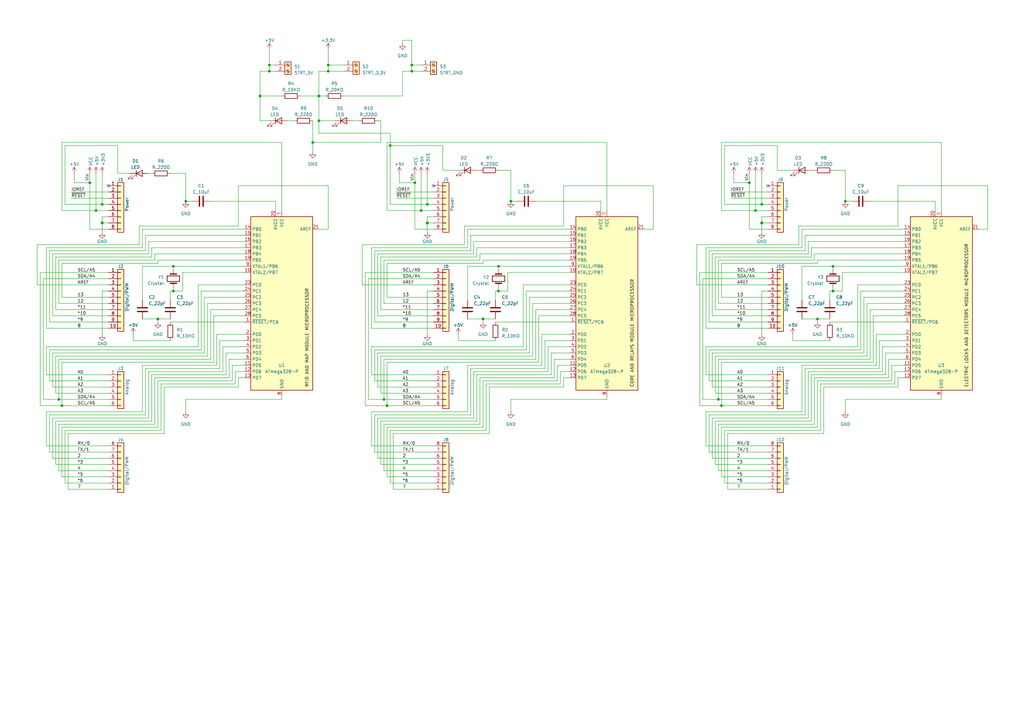
<source format=kicad_sch>
(kicad_sch (version 20230121) (generator eeschema)
  (paper "A3")
  (title_block (title "Schéma processeur central - Projet BTS") (date "2024-02-23") (company "Lycée Professionnel la Providence Amiens") (comment 1 "Par Hugo TABARY - BTS SNIR 2"))
  (lib_symbols
    (symbol "+5V_1" (power) (pin_names (offset 0))
      (property "Value" "+5V_1" (at 0 3.556 0))
      (symbol "+5V_1_1_1"
        (pin power_in line (at 0 0 90) (length 0) hide (name "+5V") (number "1"))
      )
    )
    (symbol "+5V_2" (power) (pin_names (offset 0))
      (property "Value" "+5V_2" (at 0 3.556 0))
      (symbol "+5V_2_1_1"
        (pin power_in line (at 0 0 90) (length 0) hide (name "+5V") (number "1"))
      )
    )
    (symbol "+5V_3" (power) (pin_names (offset 0))
      (property "Value" "+5V_3" (at 0 3.556 0))
      (symbol "+5V_3_1_1"
        (pin power_in line (at 0 0 90) (length 0) hide (name "+5V") (number "1"))
      )
    )
    (symbol "Connector:Screw_Terminal_01x02" (pin_names (offset 1.016) hide)
      (property "Reference" "J" (at 0 2.54 0))
      (property "Value" "Screw_Terminal_01x02" (at 0 -5.08 0))
      (symbol "Screw_Terminal_01x02_1_1"
        (pin passive line (at -5.08 0 0) (length 3.81) (name "Pin_1") (number "1"))
        (pin passive line (at -5.08 -2.54 0) (length 3.81) (name "Pin_2") (number "2"))
      )
    )
    (symbol "Connector_Generic:Conn_01x06" (pin_names (offset 1.016) hide)
      (property "Reference" "J" (at 0 7.62 0))
      (property "Value" "Conn_01x06" (at 0 -10.16 0))
      (symbol "Conn_01x06_1_1"
        (pin passive line (at -5.08 5.08 0) (length 3.81) (name "Pin_1") (number "1"))
        (pin passive line (at -5.08 2.54 0) (length 3.81) (name "Pin_2") (number "2"))
        (pin passive line (at -5.08 0 0) (length 3.81) (name "Pin_3") (number "3"))
        (pin passive line (at -5.08 -2.54 0) (length 3.81) (name "Pin_4") (number "4"))
        (pin passive line (at -5.08 -5.08 0) (length 3.81) (name "Pin_5") (number "5"))
        (pin passive line (at -5.08 -7.62 0) (length 3.81) (name "Pin_6") (number "6"))
      )
    )
    (symbol "Connector_Generic:Conn_01x08" (pin_names (offset 1.016) hide)
      (property "Reference" "J" (at 0 10.16 0))
      (property "Value" "Conn_01x08" (at 0 -12.7 0))
      (symbol "Conn_01x08_1_1"
        (pin passive line (at -5.08 7.62 0) (length 3.81) (name "Pin_1") (number "1"))
        (pin passive line (at -5.08 5.08 0) (length 3.81) (name "Pin_2") (number "2"))
        (pin passive line (at -5.08 2.54 0) (length 3.81) (name "Pin_3") (number "3"))
        (pin passive line (at -5.08 0 0) (length 3.81) (name "Pin_4") (number "4"))
        (pin passive line (at -5.08 -2.54 0) (length 3.81) (name "Pin_5") (number "5"))
        (pin passive line (at -5.08 -5.08 0) (length 3.81) (name "Pin_6") (number "6"))
        (pin passive line (at -5.08 -7.62 0) (length 3.81) (name "Pin_7") (number "7"))
        (pin passive line (at -5.08 -10.16 0) (length 3.81) (name "Pin_8") (number "8"))
      )
    )
    (symbol "Connector_Generic:Conn_01x10" (pin_names (offset 1.016) hide)
      (property "Reference" "J" (at 0 12.7 0))
      (property "Value" "Conn_01x10" (at 0 -15.24 0))
      (symbol "Conn_01x10_1_1"
        (pin passive line (at -5.08 10.16 0) (length 3.81) (name "Pin_1") (number "1"))
        (pin passive line (at -5.08 -12.7 0) (length 3.81) (name "Pin_10") (number "10"))
        (pin passive line (at -5.08 7.62 0) (length 3.81) (name "Pin_2") (number "2"))
        (pin passive line (at -5.08 5.08 0) (length 3.81) (name "Pin_3") (number "3"))
        (pin passive line (at -5.08 2.54 0) (length 3.81) (name "Pin_4") (number "4"))
        (pin passive line (at -5.08 0 0) (length 3.81) (name "Pin_5") (number "5"))
        (pin passive line (at -5.08 -2.54 0) (length 3.81) (name "Pin_6") (number "6"))
        (pin passive line (at -5.08 -5.08 0) (length 3.81) (name "Pin_7") (number "7"))
        (pin passive line (at -5.08 -7.62 0) (length 3.81) (name "Pin_8") (number "8"))
        (pin passive line (at -5.08 -10.16 0) (length 3.81) (name "Pin_9") (number "9"))
      )
    )
    (symbol "Device:C" (pin_numbers hide) (pin_names (offset 0.254))
      (property "Reference" "C" (at 0.635 2.54 0))
      (property "Value" "C" (at 0.635 -2.54 0))
      (symbol "C_1_1"
        (pin passive line (at 0 3.81 270) (length 2.794) (name "~") (number "1"))
        (pin passive line (at 0 -3.81 90) (length 2.794) (name "~") (number "2"))
      )
    )
    (symbol "Device:Crystal" (pin_numbers hide) (pin_names (offset 1.016) hide)
      (property "Reference" "Y" (at 0 3.81 0))
      (property "Value" "Crystal" (at 0 -3.81 0))
      (symbol "Crystal_1_1"
        (pin passive line (at -3.81 0 0) (length 1.27) (name "1") (number "1"))
        (pin passive line (at 3.81 0 180) (length 1.27) (name "2") (number "2"))
      )
    )
    (symbol "Device:LED" (pin_numbers hide) (pin_names (offset 1.016) hide)
      (property "Reference" "D" (at 0 2.54 0))
      (property "Value" "LED" (at 0 -2.54 0))
      (symbol "LED_1_1"
        (pin passive line (at -3.81 0 0) (length 2.54) (name "K") (number "1"))
        (pin passive line (at 3.81 0 180) (length 2.54) (name "A") (number "2"))
      )
    )
    (symbol "Device:R" (pin_numbers hide) (pin_names (offset 0))
      (property "Reference" "R" (at 2.032 0 90))
      (property "Value" "R" (at 0 0 90))
      (symbol "R_1_1"
        (pin passive line (at 0 3.81 270) (length 1.27) (name "~") (number "1"))
        (pin passive line (at 0 -3.81 90) (length 1.27) (name "~") (number "2"))
      )
    )
    (symbol "GND_1" (power) (pin_names (offset 0))
      (property "Value" "GND_1" (at 0 -3.81 0))
      (symbol "GND_1_1_1"
        (pin power_in line (at 0 0 270) (length 0) hide (name "GND") (number "1"))
      )
    )
    (symbol "GND_2" (power) (pin_names (offset 0))
      (property "Value" "GND_2" (at 0 -3.81 0))
      (symbol "GND_2_1_1"
        (pin power_in line (at 0 0 270) (length 0) hide (name "GND") (number "1"))
      )
    )
    (symbol "GND_3" (power) (pin_names (offset 0))
      (property "Value" "GND_3" (at 0 -3.81 0))
      (symbol "GND_3_1_1"
        (pin power_in line (at 0 0 270) (length 0) hide (name "GND") (number "1"))
      )
    )
    (symbol "GND_4" (power) (pin_names (offset 0))
      (property "Value" "GND_4" (at 0 -3.81 0))
      (symbol "GND_4_1_1"
        (pin power_in line (at 0 0 270) (length 0) hide (name "GND") (number "1"))
      )
    )
    (symbol "GND_5" (power) (pin_names (offset 0))
      (property "Value" "GND_5" (at 0 -3.81 0))
      (symbol "GND_5_1_1"
        (pin power_in line (at 0 0 270) (length 0) hide (name "GND") (number "1"))
      )
    )
    (symbol "MCU_Microchip_ATmega:ATmega328-P"
      (property "Reference" "U" (at -12.7 36.83 0))
      (property "Value" "ATmega328-P" (at 2.54 -36.83 0))
      (symbol "ATmega328-P_1_1"
        (pin bidirectional line (at 15.24 -7.62 180) (length 2.54) (name "~{RESET}/PC6") (number "1"))
        (pin bidirectional line (at 15.24 12.7 180) (length 2.54) (name "XTAL2/PB7") (number "10"))
        (pin bidirectional line (at 15.24 -25.4 180) (length 2.54) (name "PD5") (number "11"))
        (pin bidirectional line (at 15.24 -27.94 180) (length 2.54) (name "PD6") (number "12"))
        (pin bidirectional line (at 15.24 -30.48 180) (length 2.54) (name "PD7") (number "13"))
        (pin bidirectional line (at 15.24 30.48 180) (length 2.54) (name "PB0") (number "14"))
        (pin bidirectional line (at 15.24 27.94 180) (length 2.54) (name "PB1") (number "15"))
        (pin bidirectional line (at 15.24 25.4 180) (length 2.54) (name "PB2") (number "16"))
        (pin bidirectional line (at 15.24 22.86 180) (length 2.54) (name "PB3") (number "17"))
        (pin bidirectional line (at 15.24 20.32 180) (length 2.54) (name "PB4") (number "18"))
        (pin bidirectional line (at 15.24 17.78 180) (length 2.54) (name "PB5") (number "19"))
        (pin bidirectional line (at 15.24 -12.7 180) (length 2.54) (name "PD0") (number "2"))
        (pin power_in line (at 2.54 38.1 270) (length 2.54) (name "AVCC") (number "20"))
        (pin passive line (at -15.24 30.48 0) (length 2.54) (name "AREF") (number "21"))
        (pin passive line (at 0 -38.1 90) (length 2.54) hide (name "GND") (number "22"))
        (pin bidirectional line (at 15.24 7.62 180) (length 2.54) (name "PC0") (number "23"))
        (pin bidirectional line (at 15.24 5.08 180) (length 2.54) (name "PC1") (number "24"))
        (pin bidirectional line (at 15.24 2.54 180) (length 2.54) (name "PC2") (number "25"))
        (pin bidirectional line (at 15.24 0 180) (length 2.54) (name "PC3") (number "26"))
        (pin bidirectional line (at 15.24 -2.54 180) (length 2.54) (name "PC4") (number "27"))
        (pin bidirectional line (at 15.24 -5.08 180) (length 2.54) (name "PC5") (number "28"))
        (pin bidirectional line (at 15.24 -15.24 180) (length 2.54) (name "PD1") (number "3"))
        (pin bidirectional line (at 15.24 -17.78 180) (length 2.54) (name "PD2") (number "4"))
        (pin bidirectional line (at 15.24 -20.32 180) (length 2.54) (name "PD3") (number "5"))
        (pin bidirectional line (at 15.24 -22.86 180) (length 2.54) (name "PD4") (number "6"))
        (pin power_in line (at 0 38.1 270) (length 2.54) (name "VCC") (number "7"))
        (pin power_in line (at 0 -38.1 90) (length 2.54) (name "GND") (number "8"))
        (pin bidirectional line (at 15.24 15.24 180) (length 2.54) (name "XTAL1/PB6") (number "9"))
      )
    )
    (symbol "power:+3.3V" (power) (pin_names (offset 0))
      (property "Value" "+3.3V" (at 0 3.556 0))
      (symbol "+3.3V_1_1"
        (pin power_in line (at 0 0 90) (length 0) hide (name "+3.3V") (number "1"))
      )
    )
    (symbol "power:+3V3" (power) (pin_names (offset 0))
      (property "Value" "+3V3" (at 0 3.556 0))
      (symbol "+3V3_1_1"
        (pin power_in line (at 0 0 90) (length 0) hide (name "+3V3") (number "1"))
      )
    )
    (symbol "power:+5V" (power) (pin_names (offset 0))
      (property "Value" "+5V" (at 0 3.556 0))
      (symbol "+5V_1_1"
        (pin power_in line (at 0 0 90) (length 0) hide (name "+5V") (number "1"))
      )
    )
    (symbol "power:GND" (power) (pin_names (offset 0))
      (property "Value" "GND" (at 0 -3.81 0))
      (symbol "GND_1_1"
        (pin power_in line (at 0 0 270) (length 0) hide (name "GND") (number "1"))
      )
    )
    (symbol "power:VCC" (power) (pin_names (offset 0))
      (property "Value" "VCC" (at 0 3.81 0))
      (symbol "VCC_1_1"
        (pin power_in line (at 0 0 90) (length 0) hide (name "VCC") (number "1"))
      )
    )
  )
  (junction (at 128.27 58.42))
  (junction (at 309.88 86.36))
  (junction (at 312.42 83.82))
  (junction (at 76.2 82.55))
  (junction (at 307.34 74.93))
  (junction (at 312.42 91.44) (diameter 1.016))
  (junction (at 24.13 163.83))
  (junction (at 36.83 74.93))
  (junction (at 172.72 86.36))
  (junction (at 106.68 39.37))
  (junction (at 130.81 39.37))
  (junction (at 41.91 91.44) (diameter 1.016))
  (junction (at 130.81 49.53))
  (junction (at 110.49 29.21))
  (junction (at 71.12 119.38))
  (junction (at 158.75 166.37))
  (junction (at 341.63 109.22))
  (junction (at 134.62 29.21))
  (junction (at 71.12 109.22))
  (junction (at 170.18 74.93))
  (junction (at 341.63 119.38))
  (junction (at 204.47 109.22))
  (junction (at 64.77 130.81))
  (junction (at 209.55 82.55))
  (junction (at 346.71 82.55))
  (junction (at 204.47 119.38))
  (junction (at 295.91 166.37))
  (junction (at 25.4 166.37))
  (junction (at 168.91 29.21))
  (junction (at 198.12 130.81))
  (junction (at 175.26 91.44) (diameter 1.016))
  (junction (at 160.02 59.69))
  (junction (at 335.28 130.81))
  (junction (at 41.91 83.82))
  (junction (at 110.49 26.67))
  (junction (at 175.26 83.82))
  (junction (at 168.91 26.67))
  (junction (at 157.48 163.83))
  (junction (at 134.62 26.67))
  (junction (at 39.37 86.36))
  (junction (at 294.64 163.83))
  (no_connect (at 177.8 76.2))
  (no_connect (at 314.96 76.2))
  (no_connect (at 44.45 76.2))
  (wire (pts (xy 59.69 170.18) (xy 20.32 170.18)))
  (wire (pts (xy 341.63 109.22) (xy 328.93 109.22)))
  (wire (pts (xy 151.13 114.3) (xy 151.13 163.83)))
  (wire (pts (xy 19.05 182.88) (xy 44.45 182.88)))
  (wire (pts (xy 106.68 49.53) (xy 110.49 49.53)))
  (wire (pts (xy 209.55 69.85) (xy 209.55 82.55)))
  (wire (pts (xy 337.82 158.75) (xy 337.82 177.8)))
  (wire (pts (xy 290.83 102.87) (xy 290.83 132.08)))
  (wire (pts (xy 60.96 152.4) (xy 60.96 171.45)))
  (wire (pts (xy 295.91 107.95) (xy 295.91 121.92)))
  (wire (pts (xy 405.13 76.2) (xy 405.13 93.98)))
  (wire (pts (xy 297.18 59.69) (xy 297.18 83.82)))
  (wire (pts (xy 215.9 143.51) (xy 153.67 143.51)))
  (wire (pts (xy 118.11 49.53) (xy 120.65 49.53)))
  (wire (pts (xy 330.2 102.87) (xy 290.83 102.87)))
  (wire (pts (xy 287.02 111.76) (xy 314.96 111.76)))
  (wire (pts (xy 285.75 116.84) (xy 314.96 116.84)))
  (wire (pts (xy 59.69 96.52) (xy 59.69 102.87)))
  (wire (pts (xy 297.18 176.53) (xy 297.18 198.12)))
  (wire (pts (xy 20.32 143.51) (xy 20.32 156.21)))
  (wire (pts (xy 158.75 195.58) (xy 177.8 195.58)))
  (wire (pts (xy 83.82 121.92) (xy 83.82 144.78)))
  (wire (pts (xy 292.1 129.54) (xy 314.96 129.54)))
  (wire (pts (xy 21.59 129.54) (xy 44.45 129.54)))
  (wire (pts (xy 57.15 100.33) (xy 57.15 92.71)))
  (wire (pts (xy 361.95 142.24) (xy 361.95 152.4)))
  (wire (pts (xy 157.48 193.04) (xy 177.8 193.04)))
  (wire (pts (xy 187.96 69.85) (xy 181.61 69.85)))
  (wire (pts (xy 92.71 144.78) (xy 92.71 153.67)))
  (wire (pts (xy 222.25 137.16) (xy 222.25 149.86)))
  (wire (pts (xy 198.12 130.81) (xy 198.12 132.08)))
  (wire (pts (xy 152.4 134.62) (xy 177.8 134.62)))
  (wire (pts (xy 82.55 119.38) (xy 82.55 143.51)))
  (wire (pts (xy 67.31 158.75) (xy 67.31 177.8)))
  (wire (pts (xy 26.67 83.82) (xy 41.91 83.82)))
  (wire (pts (xy 217.17 121.92) (xy 217.17 144.78)))
  (wire (pts (xy 60.96 171.45) (xy 21.59 171.45)))
  (wire (pts (xy 293.37 190.5) (xy 314.96 190.5)))
  (wire (pts (xy 208.28 111.76) (xy 208.28 119.38)))
  (wire (pts (xy 331.47 99.06) (xy 331.47 104.14)))
  (wire (pts (xy 312.42 83.82) (xy 314.96 83.82)))
  (wire (pts (xy 332.74 69.85) (xy 334.01 69.85)))
  (wire (pts (xy 195.58 153.67) (xy 195.58 172.72)))
  (wire (pts (xy 158.75 121.92) (xy 177.8 121.92)))
  (wire (pts (xy 100.33 149.86) (xy 95.25 149.86)))
  (wire (pts (xy 312.42 91.44) (xy 312.42 95.25)))
  (wire (pts (xy 25.4 107.95) (xy 25.4 121.92)))
  (wire (pts (xy 314.96 93.98) (xy 307.34 93.98)))
  (wire (pts (xy 181.61 59.69) (xy 181.61 69.85)))
  (wire (pts (xy 140.97 39.37) (xy 165.1 39.37)))
  (wire (pts (xy 100.33 137.16) (xy 88.9 137.16)))
  (wire (pts (xy 204.47 119.38) (xy 203.2 119.38)))
  (wire (pts (xy 100.33 106.68) (xy 64.77 106.68)))
  (wire (pts (xy 100.33 142.24) (xy 91.44 142.24)))
  (wire (pts (xy 224.79 142.24) (xy 224.79 152.4)))
  (wire (pts (xy 294.64 173.99) (xy 294.64 193.04)))
  (wire (pts (xy 54.61 139.7) (xy 54.61 137.16)))
  (wire (pts (xy 20.32 102.87) (xy 20.32 132.08)))
  (wire (pts (xy 20.32 170.18) (xy 20.32 185.42)))
  (wire (pts (xy 233.68 101.6) (xy 195.58 101.6)))
  (wire (pts (xy 194.31 152.4) (xy 194.31 171.45)))
  (wire (pts (xy 161.29 177.8) (xy 161.29 200.66)))
  (wire (pts (xy 168.91 26.67) (xy 168.91 29.21)))
  (wire (pts (xy 285.75 100.33) (xy 327.66 100.33)))
  (wire (pts (xy 17.78 163.83) (xy 24.13 163.83)))
  (wire (pts (xy 194.31 99.06) (xy 194.31 104.14)))
  (wire (pts (xy 60.96 99.06) (xy 60.96 104.14)))
  (wire (pts (xy 162.56 78.74) (xy 177.8 78.74)))
  (wire (pts (xy 154.94 49.53) (xy 156.21 49.53)))
  (wire (pts (xy 100.33 96.52) (xy 59.69 96.52)))
  (wire (pts (xy 227.33 147.32) (xy 227.33 154.94)))
  (wire (pts (xy 328.93 130.81) (xy 335.28 130.81)))
  (wire (pts (xy 41.91 88.9) (xy 41.91 91.44)))
  (wire (pts (xy 168.91 26.67) (xy 172.72 26.67)))
  (wire (pts (xy 130.81 29.21) (xy 134.62 29.21)))
  (wire (pts (xy 19.05 168.91) (xy 19.05 182.88)))
  (wire (pts (xy 295.91 86.36) (xy 309.88 86.36)))
  (wire (pts (xy 370.84 119.38) (xy 353.06 119.38)))
  (wire (pts (xy 194.31 171.45) (xy 154.94 171.45)))
  (wire (pts (xy 299.72 81.28) (xy 314.96 81.28)))
  (wire (pts (xy 24.13 163.83) (xy 44.45 163.83)))
  (wire (pts (xy 297.18 83.82) (xy 312.42 83.82)))
  (wire (pts (xy 95.25 149.86) (xy 95.25 156.21)))
  (wire (pts (xy 219.71 127) (xy 219.71 147.32)))
  (wire (pts (xy 22.86 146.05) (xy 22.86 161.29)))
  (wire (pts (xy 295.91 121.92) (xy 314.96 121.92)))
  (wire (pts (xy 231.14 154.94) (xy 231.14 158.75)))
  (wire (pts (xy 134.62 29.21) (xy 140.97 29.21)))
  (wire (pts (xy 358.14 148.59) (xy 295.91 148.59)))
  (wire (pts (xy 151.13 163.83) (xy 157.48 163.83)))
  (wire (pts (xy 149.86 111.76) (xy 177.8 111.76)))
  (wire (pts (xy 22.86 172.72) (xy 22.86 190.5)))
  (wire (pts (xy 248.92 163.83) (xy 209.55 163.83)))
  (wire (pts (xy 289.56 101.6) (xy 289.56 134.62)))
  (wire (pts (xy 386.08 163.83) (xy 346.71 163.83)))
  (wire (pts (xy 191.77 93.98) (xy 191.77 101.6)))
  (wire (pts (xy 153.67 102.87) (xy 153.67 132.08)))
  (wire (pts (xy 196.85 154.94) (xy 196.85 173.99)))
  (wire (pts (xy 370.84 104.14) (xy 334.01 104.14)))
  (wire (pts (xy 300.99 74.93) (xy 307.34 74.93)))
  (wire (pts (xy 351.79 116.84) (xy 351.79 142.24)))
  (wire (pts (xy 248.92 58.42) (xy 158.75 58.42)))
  (wire (pts (xy 293.37 172.72) (xy 293.37 190.5)))
  (wire (pts (xy 41.91 91.44) (xy 41.91 95.25)))
  (wire (pts (xy 87.63 148.59) (xy 25.4 148.59)))
  (wire (pts (xy 363.22 153.67) (xy 332.74 153.67)))
  (wire (pts (xy 97.79 92.71) (xy 97.79 76.2)))
  (wire (pts (xy 233.68 149.86) (xy 228.6 149.86)))
  (wire (pts (xy 177.8 88.9) (xy 175.26 88.9)))
  (wire (pts (xy 370.84 116.84) (xy 351.79 116.84)))
  (wire (pts (xy 115.57 162.56) (xy 115.57 163.83)))
  (wire (pts (xy 356.87 82.55) (xy 383.54 82.55)))
  (wire (pts (xy 41.91 83.82) (xy 44.45 83.82)))
  (wire (pts (xy 233.68 99.06) (xy 194.31 99.06)))
  (wire (pts (xy 309.88 86.36) (xy 314.96 86.36)))
  (wire (pts (xy 293.37 161.29) (xy 314.96 161.29)))
  (wire (pts (xy 365.76 149.86) (xy 365.76 156.21)))
  (wire (pts (xy 209.55 82.55) (xy 212.09 82.55)))
  (wire (pts (xy 39.37 86.36) (xy 44.45 86.36)))
  (wire (pts (xy 370.84 129.54) (xy 358.14 129.54)))
  (wire (pts (xy 153.67 143.51) (xy 153.67 156.21)))
  (wire (pts (xy 196.85 104.14) (xy 196.85 106.68)))
  (wire (pts (xy 328.93 93.98) (xy 328.93 101.6)))
  (wire (pts (xy 17.78 114.3) (xy 17.78 163.83)))
  (wire (pts (xy 25.4 166.37) (xy 44.45 166.37)))
  (wire (pts (xy 370.84 139.7) (xy 360.68 139.7)))
  (wire (pts (xy 39.37 71.12) (xy 39.37 86.36)))
  (wire (pts (xy 332.74 153.67) (xy 332.74 172.72)))
  (wire (pts (xy 198.12 106.68) (xy 198.12 107.95)))
  (wire (pts (xy 62.23 101.6) (xy 62.23 105.41)))
  (wire (pts (xy 154.94 144.78) (xy 154.94 158.75)))
  (wire (pts (xy 157.48 106.68) (xy 157.48 124.46)))
  (wire (pts (xy 233.68 121.92) (xy 217.17 121.92)))
  (wire (pts (xy 158.75 107.95) (xy 158.75 121.92)))
  (wire (pts (xy 154.94 129.54) (xy 177.8 129.54)))
  (wire (pts (xy 48.26 59.69) (xy 48.26 71.12)))
  (wire (pts (xy 364.49 154.94) (xy 334.01 154.94)))
  (wire (pts (xy 314.96 88.9) (xy 312.42 88.9)))
  (wire (pts (xy 233.68 106.68) (xy 198.12 106.68)))
  (wire (pts (xy 203.2 119.38) (xy 203.2 123.19)))
  (wire (pts (xy 69.85 71.12) (xy 76.2 71.12)))
  (wire (pts (xy 198.12 130.81) (xy 203.2 130.81)))
  (wire (pts (xy 130.81 39.37) (xy 130.81 49.53)))
  (wire (pts (xy 156.21 146.05) (xy 156.21 161.29)))
  (wire (pts (xy 294.64 163.83) (xy 314.96 163.83)))
  (wire (pts (xy 19.05 142.24) (xy 19.05 153.67)))
  (wire (pts (xy 314.96 91.44) (xy 312.42 91.44)))
  (wire (pts (xy 100.33 144.78) (xy 92.71 144.78)))
  (wire (pts (xy 25.4 121.92) (xy 44.45 121.92)))
  (wire (pts (xy 223.52 139.7) (xy 223.52 151.13)))
  (wire (pts (xy 328.93 101.6) (xy 289.56 101.6)))
  (wire (pts (xy 41.91 71.12) (xy 41.91 83.82)))
  (wire (pts (xy 224.79 152.4) (xy 194.31 152.4)))
  (wire (pts (xy 27.94 200.66) (xy 44.45 200.66)))
  (wire (pts (xy 62.23 105.41) (xy 22.86 105.41)))
  (wire (pts (xy 292.1 104.14) (xy 292.1 129.54)))
  (wire (pts (xy 191.77 168.91) (xy 152.4 168.91)))
  (wire (pts (xy 88.9 137.16) (xy 88.9 149.86)))
  (wire (pts (xy 289.56 142.24) (xy 289.56 153.67)))
  (wire (pts (xy 64.77 107.95) (xy 25.4 107.95)))
  (wire (pts (xy 200.66 177.8) (xy 161.29 177.8)))
  (wire (pts (xy 100.33 119.38) (xy 82.55 119.38)))
  (wire (pts (xy 24.13 173.99) (xy 24.13 193.04)))
  (wire (pts (xy 346.71 69.85) (xy 346.71 82.55)))
  (wire (pts (xy 24.13 124.46) (xy 44.45 124.46)))
  (wire (pts (xy 156.21 127) (xy 177.8 127)))
  (wire (pts (xy 285.75 116.84) (xy 285.75 100.33)))
  (wire (pts (xy 168.91 16.51) (xy 168.91 26.67)))
  (wire (pts (xy 355.6 146.05) (xy 293.37 146.05)))
  (wire (pts (xy 160.02 198.12) (xy 177.8 198.12)))
  (wire (pts (xy 172.72 71.12) (xy 172.72 86.36)))
  (wire (pts (xy 71.12 109.22) (xy 58.42 109.22)))
  (wire (pts (xy 370.84 96.52) (xy 330.2 96.52)))
  (wire (pts (xy 287.02 166.37) (xy 295.91 166.37)))
  (wire (pts (xy 26.67 198.12) (xy 44.45 198.12)))
  (wire (pts (xy 295.91 148.59) (xy 295.91 166.37)))
  (wire (pts (xy 115.57 163.83) (xy 76.2 163.83)))
  (wire (pts (xy 405.13 93.98) (xy 401.32 93.98)))
  (wire (pts (xy 21.59 171.45) (xy 21.59 187.96)))
  (wire (pts (xy 361.95 152.4) (xy 331.47 152.4)))
  (wire (pts (xy 152.4 153.67) (xy 177.8 153.67)))
  (wire (pts (xy 113.03 82.55) (xy 113.03 86.36)))
  (wire (pts (xy 334.01 173.99) (xy 294.64 173.99)))
  (wire (pts (xy 298.45 177.8) (xy 298.45 200.66)))
  (wire (pts (xy 233.68 142.24) (xy 224.79 142.24)))
  (wire (pts (xy 134.62 93.98) (xy 130.81 93.98)))
  (wire (pts (xy 193.04 96.52) (xy 193.04 102.87)))
  (wire (pts (xy 370.84 101.6) (xy 332.74 101.6)))
  (wire (pts (xy 191.77 109.22) (xy 191.77 123.19)))
  (wire (pts (xy 97.79 76.2) (xy 134.62 76.2)))
  (wire (pts (xy 214.63 116.84) (xy 214.63 142.24)))
  (wire (pts (xy 148.59 100.33) (xy 190.5 100.33)))
  (wire (pts (xy 351.79 142.24) (xy 289.56 142.24)))
  (wire (pts (xy 158.75 166.37) (xy 177.8 166.37)))
  (wire (pts (xy 110.49 26.67) (xy 110.49 29.21)))
  (wire (pts (xy 341.63 119.38) (xy 340.36 119.38)))
  (wire (pts (xy 314.96 119.38) (xy 312.42 119.38)))
  (wire (pts (xy 204.47 109.22) (xy 191.77 109.22)))
  (wire (pts (xy 130.81 49.53) (xy 137.16 49.53)))
  (wire (pts (xy 312.42 88.9) (xy 312.42 91.44)))
  (wire (pts (xy 318.77 59.69) (xy 297.18 59.69)))
  (wire (pts (xy 64.77 130.81) (xy 69.85 130.81)))
  (wire (pts (xy 170.18 93.98) (xy 170.18 74.93)))
  (wire (pts (xy 128.27 58.42) (xy 156.21 58.42)))
  (wire (pts (xy 151.13 114.3) (xy 177.8 114.3)))
  (wire (pts (xy 307.34 74.93) (xy 307.34 71.12)))
  (wire (pts (xy 209.55 163.83) (xy 209.55 168.91)))
  (wire (pts (xy 233.68 129.54) (xy 220.98 129.54)))
  (wire (pts (xy 85.09 124.46) (xy 85.09 146.05)))
  (wire (pts (xy 228.6 149.86) (xy 228.6 156.21)))
  (wire (pts (xy 74.93 111.76) (xy 74.93 119.38)))
  (wire (pts (xy 149.86 111.76) (xy 149.86 166.37)))
  (wire (pts (xy 246.38 82.55) (xy 246.38 86.36)))
  (wire (pts (xy 218.44 124.46) (xy 218.44 146.05)))
  (wire (pts (xy 219.71 82.55) (xy 246.38 82.55)))
  (wire (pts (xy 16.51 166.37) (xy 25.4 166.37)))
  (wire (pts (xy 157.48 173.99) (xy 157.48 193.04)))
  (wire (pts (xy 331.47 104.14) (xy 292.1 104.14)))
  (wire (pts (xy 340.36 132.08) (xy 370.84 132.08)))
  (wire (pts (xy 341.63 69.85) (xy 346.71 69.85)))
  (wire (pts (xy 90.17 139.7) (xy 90.17 151.13)))
  (wire (pts (xy 97.79 154.94) (xy 97.79 158.75)))
  (wire (pts (xy 154.94 187.96) (xy 177.8 187.96)))
  (wire (pts (xy 88.9 149.86) (xy 58.42 149.86)))
  (wire (pts (xy 20.32 132.08) (xy 44.45 132.08)))
  (wire (pts (xy 30.48 74.93) (xy 36.83 74.93)))
  (wire (pts (xy 175.26 83.82) (xy 177.8 83.82)))
  (wire (pts (xy 248.92 86.36) (xy 248.92 58.42)))
  (wire (pts (xy 368.3 158.75) (xy 337.82 158.75)))
  (wire (pts (xy 334.01 154.94) (xy 334.01 173.99)))
  (wire (pts (xy 71.12 119.38) (xy 69.85 119.38)))
  (wire (pts (xy 354.33 121.92) (xy 354.33 144.78)))
  (wire (pts (xy 175.26 88.9) (xy 175.26 91.44)))
  (wire (pts (xy 93.98 147.32) (xy 93.98 154.94)))
  (wire (pts (xy 175.26 119.38) (xy 175.26 137.16)))
  (wire (pts (xy 360.68 151.13) (xy 330.2 151.13)))
  (wire (pts (xy 19.05 153.67) (xy 44.45 153.67)))
  (wire (pts (xy 345.44 119.38) (xy 341.63 119.38)))
  (wire (pts (xy 130.81 54.61) (xy 130.81 49.53)))
  (wire (pts (xy 24.13 193.04) (xy 44.45 193.04)))
  (wire (pts (xy 233.68 116.84) (xy 214.63 116.84)))
  (wire (pts (xy 93.98 154.94) (xy 63.5 154.94)))
  (wire (pts (xy 299.72 78.74) (xy 314.96 78.74)))
  (wire (pts (xy 370.84 109.22) (xy 341.63 109.22)))
  (wire (pts (xy 96.52 152.4) (xy 96.52 157.48)))
  (wire (pts (xy 335.28 106.68) (xy 335.28 107.95)))
  (wire (pts (xy 85.09 146.05) (xy 22.86 146.05)))
  (wire (pts (xy 154.94 104.14) (xy 154.94 129.54)))
  (wire (pts (xy 153.67 170.18) (xy 153.67 185.42)))
  (wire (pts (xy 233.68 96.52) (xy 193.04 96.52)))
  (wire (pts (xy 152.4 182.88) (xy 177.8 182.88)))
  (wire (pts (xy 233.68 124.46) (xy 218.44 124.46)))
  (wire (pts (xy 295.91 166.37) (xy 314.96 166.37)))
  (wire (pts (xy 152.4 168.91) (xy 152.4 182.88)))
  (wire (pts (xy 341.63 109.22) (xy 341.63 110.49)))
  (wire (pts (xy 152.4 101.6) (xy 152.4 134.62)))
  (wire (pts (xy 29.21 78.74) (xy 44.45 78.74)))
  (wire (pts (xy 336.55 176.53) (xy 297.18 176.53)))
  (wire (pts (xy 100.33 127) (xy 86.36 127)))
  (wire (pts (xy 63.5 104.14) (xy 63.5 106.68)))
  (wire (pts (xy 81.28 116.84) (xy 81.28 142.24)))
  (wire (pts (xy 168.91 29.21) (xy 172.72 29.21)))
  (wire (pts (xy 36.83 74.93) (xy 36.83 71.12)))
  (wire (pts (xy 177.8 93.98) (xy 170.18 93.98)))
  (wire (pts (xy 222.25 149.86) (xy 191.77 149.86)))
  (wire (pts (xy 22.86 161.29) (xy 44.45 161.29)))
  (wire (pts (xy 69.85 132.08) (xy 100.33 132.08)))
  (wire (pts (xy 294.64 147.32) (xy 294.64 163.83)))
  (wire (pts (xy 156.21 161.29) (xy 177.8 161.29)))
  (wire (pts (xy 267.97 93.98) (xy 264.16 93.98)))
  (wire (pts (xy 290.83 143.51) (xy 290.83 156.21)))
  (wire (pts (xy 346.71 163.83) (xy 346.71 168.91)))
  (wire (pts (xy 172.72 86.36) (xy 177.8 86.36)))
  (wire (pts (xy 100.33 99.06) (xy 60.96 99.06)))
  (wire (pts (xy 328.93 109.22) (xy 328.93 123.19)))
  (wire (pts (xy 233.68 127) (xy 219.71 127)))
  (wire (pts (xy 25.4 175.26) (xy 25.4 195.58)))
  (wire (pts (xy 58.42 168.91) (xy 19.05 168.91)))
  (wire (pts (xy 288.29 163.83) (xy 294.64 163.83)))
  (wire (pts (xy 100.33 109.22) (xy 71.12 109.22)))
  (wire (pts (xy 100.33 129.54) (xy 87.63 129.54)))
  (wire (pts (xy 288.29 114.3) (xy 314.96 114.3)))
  (wire (pts (xy 370.84 144.78) (xy 363.22 144.78)))
  (wire (pts (xy 115.57 58.42) (xy 115.57 86.36)))
  (wire (pts (xy 165.1 16.51) (xy 168.91 16.51)))
  (wire (pts (xy 87.63 129.54) (xy 87.63 148.59)))
  (wire (pts (xy 110.49 29.21) (xy 106.68 29.21)))
  (wire (pts (xy 345.44 111.76) (xy 345.44 119.38)))
  (wire (pts (xy 370.84 127) (xy 356.87 127)))
  (wire (pts (xy 334.01 106.68) (xy 294.64 106.68)))
  (wire (pts (xy 66.04 157.48) (xy 66.04 176.53)))
  (wire (pts (xy 41.91 119.38) (xy 41.91 137.16)))
  (wire (pts (xy 332.74 172.72) (xy 293.37 172.72)))
  (wire (pts (xy 16.51 111.76) (xy 16.51 166.37)))
  (wire (pts (xy 97.79 158.75) (xy 67.31 158.75)))
  (wire (pts (xy 160.02 83.82) (xy 175.26 83.82)))
  (wire (pts (xy 177.8 91.44) (xy 175.26 91.44)))
  (wire (pts (xy 203.2 132.08) (xy 233.68 132.08)))
  (wire (pts (xy 15.24 100.33) (xy 57.15 100.33)))
  (wire (pts (xy 162.56 81.28) (xy 177.8 81.28)))
  (wire (pts (xy 233.68 119.38) (xy 215.9 119.38)))
  (wire (pts (xy 15.24 116.84) (xy 44.45 116.84)))
  (wire (pts (xy 160.02 176.53) (xy 160.02 198.12)))
  (wire (pts (xy 158.75 58.42) (xy 158.75 86.36)))
  (wire (pts (xy 67.31 177.8) (xy 27.94 177.8)))
  (wire (pts (xy 194.31 104.14) (xy 154.94 104.14)))
  (wire (pts (xy 312.42 119.38) (xy 312.42 137.16)))
  (wire (pts (xy 309.88 71.12) (xy 309.88 86.36)))
  (wire (pts (xy 134.62 26.67) (xy 140.97 26.67)))
  (wire (pts (xy 95.25 156.21) (xy 64.77 156.21)))
  (wire (pts (xy 64.77 175.26) (xy 25.4 175.26)))
  (wire (pts (xy 195.58 69.85) (xy 196.85 69.85)))
  (wire (pts (xy 58.42 149.86) (xy 58.42 168.91)))
  (wire (pts (xy 359.41 137.16) (xy 359.41 149.86)))
  (wire (pts (xy 330.2 151.13) (xy 330.2 170.18)))
  (wire (pts (xy 175.26 71.12) (xy 175.26 83.82)))
  (wire (pts (xy 368.3 92.71) (xy 368.3 76.2)))
  (wire (pts (xy 370.84 93.98) (xy 328.93 93.98)))
  (wire (pts (xy 196.85 173.99) (xy 157.48 173.99)))
  (wire (pts (xy 160.02 54.61) (xy 130.81 54.61)))
  (wire (pts (xy 154.94 158.75) (xy 177.8 158.75)))
  (wire (pts (xy 86.36 127) (xy 86.36 147.32)))
  (wire (pts (xy 293.37 105.41) (xy 293.37 127)))
  (wire (pts (xy 64.77 106.68) (xy 64.77 107.95)))
  (wire (pts (xy 195.58 172.72) (xy 156.21 172.72)))
  (wire (pts (xy 20.32 156.21) (xy 44.45 156.21)))
  (wire (pts (xy 74.93 119.38) (xy 71.12 119.38)))
  (wire (pts (xy 29.21 81.28) (xy 44.45 81.28)))
  (wire (pts (xy 370.84 147.32) (xy 364.49 147.32)))
  (wire (pts (xy 130.81 39.37) (xy 130.81 29.21)))
  (wire (pts (xy 106.68 39.37) (xy 106.68 49.53)))
  (wire (pts (xy 248.92 162.56) (xy 248.92 163.83)))
  (wire (pts (xy 386.08 162.56) (xy 386.08 163.83)))
  (wire (pts (xy 336.55 157.48) (xy 336.55 176.53)))
  (wire (pts (xy 76.2 163.83) (xy 76.2 168.91)))
  (wire (pts (xy 53.34 71.12) (xy 48.26 71.12)))
  (wire (pts (xy 161.29 200.66) (xy 177.8 200.66)))
  (wire (pts (xy 331.47 152.4) (xy 331.47 171.45)))
  (wire (pts (xy 330.2 96.52) (xy 330.2 102.87)))
  (wire (pts (xy 59.69 102.87) (xy 20.32 102.87)))
  (wire (pts (xy 289.56 153.67) (xy 314.96 153.67)))
  (wire (pts (xy 26.67 59.69) (xy 26.67 83.82)))
  (wire (pts (xy 110.49 26.67) (xy 113.03 26.67)))
  (wire (pts (xy 15.24 116.84) (xy 15.24 100.33)))
  (wire (pts (xy 44.45 91.44) (xy 41.91 91.44)))
  (wire (pts (xy 100.33 124.46) (xy 85.09 124.46)))
  (wire (pts (xy 83.82 144.78) (xy 21.59 144.78)))
  (wire (pts (xy 134.62 20.32) (xy 134.62 26.67)))
  (wire (pts (xy 128.27 49.53) (xy 128.27 58.42)))
  (wire (pts (xy 144.78 49.53) (xy 147.32 49.53)))
  (wire (pts (xy 370.84 111.76) (xy 345.44 111.76)))
  (wire (pts (xy 24.13 147.32) (xy 24.13 163.83)))
  (wire (pts (xy 63.5 106.68) (xy 24.13 106.68)))
  (wire (pts (xy 289.56 168.91) (xy 289.56 182.88)))
  (wire (pts (xy 158.75 148.59) (xy 158.75 166.37)))
  (wire (pts (xy 25.4 148.59) (xy 25.4 166.37)))
  (wire (pts (xy 199.39 157.48) (xy 199.39 176.53)))
  (wire (pts (xy 177.8 119.38) (xy 175.26 119.38)))
  (wire (pts (xy 233.68 144.78) (xy 226.06 144.78)))
  (wire (pts (xy 354.33 144.78) (xy 292.1 144.78)))
  (wire (pts (xy 335.28 130.81) (xy 340.36 130.81)))
  (wire (pts (xy 198.12 156.21) (xy 198.12 175.26)))
  (wire (pts (xy 181.61 59.69) (xy 160.02 59.69)))
  (wire (pts (xy 217.17 144.78) (xy 154.94 144.78)))
  (wire (pts (xy 198.12 175.26) (xy 158.75 175.26)))
  (wire (pts (xy 370.84 154.94) (xy 368.3 154.94)))
  (wire (pts (xy 233.68 147.32) (xy 227.33 147.32)))
  (wire (pts (xy 25.4 58.42) (xy 25.4 86.36)))
  (wire (pts (xy 370.84 152.4) (xy 367.03 152.4)))
  (wire (pts (xy 170.18 74.93) (xy 170.18 71.12)))
  (wire (pts (xy 123.19 39.37) (xy 130.81 39.37)))
  (wire (pts (xy 353.06 119.38) (xy 353.06 143.51)))
  (wire (pts (xy 106.68 39.37) (xy 106.68 29.21)))
  (wire (pts (xy 290.83 170.18) (xy 290.83 185.42)))
  (wire (pts (xy 130.81 39.37) (xy 133.35 39.37)))
  (wire (pts (xy 90.17 151.13) (xy 59.69 151.13)))
  (wire (pts (xy 233.68 109.22) (xy 204.47 109.22)))
  (wire (pts (xy 292.1 144.78) (xy 292.1 158.75)))
  (wire (pts (xy 44.45 93.98) (xy 36.83 93.98)))
  (wire (pts (xy 335.28 175.26) (xy 295.91 175.26)))
  (wire (pts (xy 191.77 149.86) (xy 191.77 168.91)))
  (wire (pts (xy 22.86 105.41) (xy 22.86 127)))
  (wire (pts (xy 318.77 59.69) (xy 318.77 69.85)))
  (wire (pts (xy 157.48 147.32) (xy 157.48 163.83)))
  (wire (pts (xy 165.1 17.78) (xy 165.1 16.51)))
  (wire (pts (xy 66.04 176.53) (xy 26.67 176.53)))
  (wire (pts (xy 337.82 177.8) (xy 298.45 177.8)))
  (wire (pts (xy 196.85 106.68) (xy 157.48 106.68)))
  (wire (pts (xy 21.59 144.78) (xy 21.59 158.75)))
  (wire (pts (xy 19.05 101.6) (xy 19.05 134.62)))
  (wire (pts (xy 115.57 39.37) (xy 106.68 39.37)))
  (wire (pts (xy 163.83 74.93) (xy 170.18 74.93)))
  (wire (pts (xy 370.84 121.92) (xy 354.33 121.92)))
  (wire (pts (xy 200.66 158.75) (xy 200.66 177.8)))
  (wire (pts (xy 290.83 185.42) (xy 314.96 185.42)))
  (wire (pts (xy 233.68 152.4) (xy 229.87 152.4)))
  (wire (pts (xy 100.33 93.98) (xy 58.42 93.98)))
  (wire (pts (xy 328.93 149.86) (xy 328.93 168.91)))
  (wire (pts (xy 383.54 82.55) (xy 383.54 86.36)))
  (wire (pts (xy 229.87 157.48) (xy 199.39 157.48)))
  (wire (pts (xy 156.21 105.41) (xy 156.21 127)))
  (wire (pts (xy 204.47 69.85) (xy 209.55 69.85)))
  (wire (pts (xy 156.21 190.5) (xy 177.8 190.5)))
  (wire (pts (xy 63.5 154.94) (xy 63.5 173.99)))
  (wire (pts (xy 96.52 157.48) (xy 66.04 157.48)))
  (wire (pts (xy 367.03 157.48) (xy 336.55 157.48)))
  (wire (pts (xy 158.75 86.36) (xy 172.72 86.36)))
  (wire (pts (xy 368.3 76.2) (xy 405.13 76.2)))
  (wire (pts (xy 293.37 127) (xy 314.96 127)))
  (wire (pts (xy 226.06 144.78) (xy 226.06 153.67)))
  (wire (pts (xy 57.15 92.71) (xy 97.79 92.71)))
  (wire (pts (xy 58.42 93.98) (xy 58.42 101.6)))
  (wire (pts (xy 292.1 187.96) (xy 314.96 187.96)))
  (wire (pts (xy 223.52 151.13) (xy 193.04 151.13)))
  (wire (pts (xy 353.06 143.51) (xy 290.83 143.51)))
  (wire (pts (xy 30.48 71.12) (xy 30.48 74.93)))
  (wire (pts (xy 332.74 101.6) (xy 332.74 105.41)))
  (wire (pts (xy 100.33 121.92) (xy 83.82 121.92)))
  (wire (pts (xy 86.36 147.32) (xy 24.13 147.32)))
  (wire (pts (xy 44.45 119.38) (xy 41.91 119.38)))
  (wire (pts (xy 327.66 92.71) (xy 368.3 92.71)))
  (wire (pts (xy 233.68 137.16) (xy 222.25 137.16)))
  (wire (pts (xy 295.91 195.58) (xy 314.96 195.58)))
  (wire (pts (xy 156.21 58.42) (xy 156.21 49.53)))
  (wire (pts (xy 134.62 76.2) (xy 134.62 93.98)))
  (wire (pts (xy 293.37 146.05) (xy 293.37 161.29)))
  (wire (pts (xy 44.45 88.9) (xy 41.91 88.9)))
  (wire (pts (xy 228.6 156.21) (xy 198.12 156.21)))
  (wire (pts (xy 233.68 139.7) (xy 223.52 139.7)))
  (wire (pts (xy 204.47 119.38) (xy 204.47 118.11)))
  (wire (pts (xy 328.93 168.91) (xy 289.56 168.91)))
  (wire (pts (xy 100.33 116.84) (xy 81.28 116.84)))
  (wire (pts (xy 325.12 139.7) (xy 325.12 137.16)))
  (wire (pts (xy 165.1 29.21) (xy 168.91 29.21)))
  (wire (pts (xy 193.04 151.13) (xy 193.04 170.18)))
  (wire (pts (xy 62.23 153.67) (xy 62.23 172.72)))
  (wire (pts (xy 110.49 29.21) (xy 113.03 29.21)))
  (wire (pts (xy 289.56 134.62) (xy 314.96 134.62)))
  (wire (pts (xy 327.66 100.33) (xy 327.66 92.71)))
  (wire (pts (xy 92.71 153.67) (xy 62.23 153.67)))
  (wire (pts (xy 21.59 158.75) (xy 44.45 158.75)))
  (wire (pts (xy 22.86 127) (xy 44.45 127)))
  (wire (pts (xy 24.13 106.68) (xy 24.13 124.46)))
  (wire (pts (xy 367.03 152.4) (xy 367.03 157.48)))
  (wire (pts (xy 215.9 119.38) (xy 215.9 143.51)))
  (wire (pts (xy 82.55 143.51) (xy 20.32 143.51)))
  (wire (pts (xy 100.33 139.7) (xy 90.17 139.7)))
  (wire (pts (xy 71.12 119.38) (xy 71.12 118.11)))
  (wire (pts (xy 386.08 58.42) (xy 295.91 58.42)))
  (wire (pts (xy 290.83 156.21) (xy 314.96 156.21)))
  (wire (pts (xy 157.48 124.46) (xy 177.8 124.46)))
  (wire (pts (xy 198.12 107.95) (xy 158.75 107.95)))
  (wire (pts (xy 233.68 154.94) (xy 231.14 154.94)))
  (wire (pts (xy 60.96 104.14) (xy 21.59 104.14)))
  (wire (pts (xy 297.18 198.12) (xy 314.96 198.12)))
  (wire (pts (xy 370.84 99.06) (xy 331.47 99.06)))
  (wire (pts (xy 331.47 171.45) (xy 292.1 171.45)))
  (wire (pts (xy 386.08 86.36) (xy 386.08 58.42)))
  (wire (pts (xy 233.68 104.14) (xy 196.85 104.14)))
  (wire (pts (xy 63.5 173.99) (xy 24.13 173.99)))
  (wire (pts (xy 86.36 82.55) (xy 113.03 82.55)))
  (wire (pts (xy 160.02 59.69) (xy 160.02 54.61)))
  (wire (pts (xy 62.23 172.72) (xy 22.86 172.72)))
  (wire (pts (xy 335.28 107.95) (xy 295.91 107.95)))
  (wire (pts (xy 25.4 195.58) (xy 44.45 195.58)))
  (wire (pts (xy 76.2 71.12) (xy 76.2 82.55)))
  (wire (pts (xy 100.33 104.14) (xy 63.5 104.14)))
  (wire (pts (xy 148.59 116.84) (xy 177.8 116.84)))
  (wire (pts (xy 195.58 101.6) (xy 195.58 105.41)))
  (wire (pts (xy 195.58 105.41) (xy 156.21 105.41)))
  (wire (pts (xy 335.28 156.21) (xy 335.28 175.26)))
  (wire (pts (xy 294.64 106.68) (xy 294.64 124.46)))
  (wire (pts (xy 115.57 58.42) (xy 25.4 58.42)))
  (wire (pts (xy 218.44 146.05) (xy 156.21 146.05)))
  (wire (pts (xy 153.67 185.42) (xy 177.8 185.42)))
  (wire (pts (xy 91.44 152.4) (xy 60.96 152.4)))
  (wire (pts (xy 233.68 111.76) (xy 208.28 111.76)))
  (wire (pts (xy 292.1 158.75) (xy 314.96 158.75)))
  (wire (pts (xy 335.28 130.81) (xy 335.28 132.08)))
  (wire (pts (xy 340.36 119.38) (xy 340.36 123.19)))
  (wire (pts (xy 368.3 154.94) (xy 368.3 158.75)))
  (wire (pts (xy 193.04 170.18) (xy 153.67 170.18)))
  (wire (pts (xy 199.39 176.53) (xy 160.02 176.53)))
  (wire (pts (xy 110.49 20.32) (xy 110.49 26.67)))
  (wire (pts (xy 220.98 148.59) (xy 158.75 148.59)))
  (wire (pts (xy 58.42 101.6) (xy 19.05 101.6)))
  (wire (pts (xy 219.71 147.32) (xy 157.48 147.32)))
  (wire (pts (xy 358.14 129.54) (xy 358.14 148.59)))
  (wire (pts (xy 76.2 82.55) (xy 78.74 82.55)))
  (wire (pts (xy 191.77 130.81) (xy 198.12 130.81)))
  (wire (pts (xy 157.48 163.83) (xy 177.8 163.83)))
  (wire (pts (xy 100.33 154.94) (xy 97.79 154.94)))
  (wire (pts (xy 175.26 91.44) (xy 175.26 95.25)))
  (wire (pts (xy 298.45 200.66) (xy 314.96 200.66)))
  (wire (pts (xy 227.33 154.94) (xy 196.85 154.94)))
  (wire (pts (xy 204.47 109.22) (xy 204.47 110.49)))
  (wire (pts (xy 370.84 142.24) (xy 361.95 142.24)))
  (wire (pts (xy 64.77 130.81) (xy 64.77 132.08)))
  (wire (pts (xy 370.84 149.86) (xy 365.76 149.86)))
  (wire (pts (xy 365.76 156.21) (xy 335.28 156.21)))
  (wire (pts (xy 300.99 71.12) (xy 300.99 74.93)))
  (wire (pts (xy 363.22 144.78) (xy 363.22 153.67)))
  (wire (pts (xy 203.2 139.7) (xy 187.96 139.7)))
  (wire (pts (xy 191.77 101.6) (xy 152.4 101.6)))
  (wire (pts (xy 100.33 147.32) (xy 93.98 147.32)))
  (wire (pts (xy 295.91 175.26) (xy 295.91 195.58)))
  (wire (pts (xy 334.01 104.14) (xy 334.01 106.68)))
  (wire (pts (xy 360.68 139.7) (xy 360.68 151.13)))
  (wire (pts (xy 370.84 106.68) (xy 335.28 106.68)))
  (wire (pts (xy 187.96 139.7) (xy 187.96 137.16)))
  (wire (pts (xy 290.83 132.08) (xy 314.96 132.08)))
  (wire (pts (xy 69.85 119.38) (xy 69.85 123.19)))
  (wire (pts (xy 148.59 116.84) (xy 148.59 100.33)))
  (wire (pts (xy 190.5 92.71) (xy 231.14 92.71)))
  (wire (pts (xy 359.41 149.86) (xy 328.93 149.86)))
  (wire (pts (xy 156.21 172.72) (xy 156.21 190.5)))
  (wire (pts (xy 226.06 153.67) (xy 195.58 153.67)))
  (wire (pts (xy 81.28 142.24) (xy 19.05 142.24)))
  (wire (pts (xy 294.64 193.04) (xy 314.96 193.04)))
  (wire (pts (xy 332.74 105.41) (xy 293.37 105.41)))
  (wire (pts (xy 294.64 124.46) (xy 314.96 124.46)))
  (wire (pts (xy 231.14 76.2) (xy 267.97 76.2)))
  (wire (pts (xy 100.33 101.6) (xy 62.23 101.6)))
  (wire (pts (xy 64.77 156.21) (xy 64.77 175.26)))
  (wire (pts (xy 17.78 114.3) (xy 44.45 114.3)))
  (wire (pts (xy 295.91 58.42) (xy 295.91 86.36)))
  (wire (pts (xy 370.84 124.46) (xy 355.6 124.46)))
  (wire (pts (xy 21.59 187.96) (xy 44.45 187.96)))
  (wire (pts (xy 21.59 104.14) (xy 21.59 129.54)))
  (wire (pts (xy 190.5 100.33) (xy 190.5 92.71)))
  (wire (pts (xy 341.63 119.38) (xy 341.63 118.11)))
  (wire (pts (xy 26.67 176.53) (xy 26.67 198.12)))
  (wire (pts (xy 69.85 139.7) (xy 54.61 139.7)))
  (wire (pts (xy 292.1 171.45) (xy 292.1 187.96)))
  (wire (pts (xy 22.86 190.5) (xy 44.45 190.5)))
  (wire (pts (xy 71.12 109.22) (xy 71.12 110.49)))
  (wire (pts (xy 370.84 137.16) (xy 359.41 137.16)))
  (wire (pts (xy 128.27 58.42) (xy 128.27 62.23)))
  (wire (pts (xy 220.98 129.54) (xy 220.98 148.59)))
  (wire (pts (xy 356.87 127) (xy 356.87 147.32)))
  (wire (pts (xy 288.29 114.3) (xy 288.29 163.83)))
  (wire (pts (xy 346.71 82.55) (xy 349.25 82.55)))
  (wire (pts (xy 27.94 177.8) (xy 27.94 200.66)))
  (wire (pts (xy 134.62 26.67) (xy 134.62 29.21)))
  (wire (pts (xy 289.56 182.88) (xy 314.96 182.88)))
  (wire (pts (xy 16.51 111.76) (xy 44.45 111.76)))
  (wire (pts (xy 91.44 142.24) (xy 91.44 152.4)))
  (wire (pts (xy 149.86 166.37) (xy 158.75 166.37)))
  (wire (pts (xy 312.42 71.12) (xy 312.42 83.82)))
  (wire (pts (xy 231.14 92.71) (xy 231.14 76.2)))
  (wire (pts (xy 152.4 142.24) (xy 152.4 153.67)))
  (wire (pts (xy 153.67 132.08) (xy 177.8 132.08)))
  (wire (pts (xy 154.94 171.45) (xy 154.94 187.96)))
  (wire (pts (xy 48.26 59.69) (xy 26.67 59.69)))
  (wire (pts (xy 229.87 152.4) (xy 229.87 157.48)))
  (wire (pts (xy 165.1 39.37) (xy 165.1 29.21)))
  (wire (pts (xy 25.4 86.36) (xy 39.37 86.36)))
  (wire (pts (xy 100.33 152.4) (xy 96.52 152.4)))
  (wire (pts (xy 287.02 111.76) (xy 287.02 166.37)))
  (wire (pts (xy 20.32 185.42) (xy 44.45 185.42)))
  (wire (pts (xy 193.04 102.87) (xy 153.67 102.87)))
  (wire (pts (xy 36.83 93.98) (xy 36.83 74.93)))
  (wire (pts (xy 160.02 59.69) (xy 160.02 83.82)))
  (wire (pts (xy 307.34 93.98) (xy 307.34 74.93)))
  (wire (pts (xy 158.75 175.26) (xy 158.75 195.58)))
  (wire (pts (xy 233.68 93.98) (xy 191.77 93.98)))
  (wire (pts (xy 364.49 147.32) (xy 364.49 154.94)))
  (wire (pts (xy 356.87 147.32) (xy 294.64 147.32)))
  (wire (pts (xy 100.33 111.76) (xy 74.93 111.76)))
  (wire (pts (xy 58.42 109.22) (xy 58.42 123.19)))
  (wire (pts (xy 214.63 142.24) (xy 152.4 142.24)))
  (wire (pts (xy 59.69 151.13) (xy 59.69 170.18)))
  (wire (pts (xy 340.36 139.7) (xy 325.12 139.7)))
  (wire (pts (xy 60.96 71.12) (xy 62.23 71.12)))
  (wire (pts (xy 58.42 130.81) (xy 64.77 130.81)))
  (wire (pts (xy 355.6 124.46) (xy 355.6 146.05)))
  (wire (pts (xy 267.97 76.2) (xy 267.97 93.98)))
  (wire (pts (xy 163.83 71.12) (xy 163.83 74.93)))
  (wire (pts (xy 208.28 119.38) (xy 204.47 119.38)))
  (wire (pts (xy 19.05 134.62) (xy 44.45 134.62)))
  (wire (pts (xy 231.14 158.75) (xy 200.66 158.75)))
  (wire (pts (xy 153.67 156.21) (xy 177.8 156.21)))
  (wire (pts (xy 325.12 69.85) (xy 318.77 69.85)))
  (wire (pts (xy 330.2 170.18) (xy 290.83 170.18)))
  (label "RX{slash}0" (at 31.75 182.88 0))
  (label "A1" (at 165.1 156.21 0))
  (label "A2" (at 31.75 158.75 0))
  (label "RX{slash}0" (at 302.26 182.88 0))
  (label "SDA{slash}A4" (at 302.26 163.83 0))
  (label "4" (at 31.75 193.04 0))
  (label "Vin" (at 170.18 71.12 270))
  (label "13" (at 302.26 121.92 0))
  (label "2" (at 302.26 187.96 0))
  (label "12" (at 302.26 124.46 0))
  (label "SDA{slash}A4" (at 165.1 163.83 0))
  (label "ELECTRIC LOCKS AND DETECTORS MODULE MICROPROCESSOR" (at 397.51 158.75 90))
  (label "2" (at 31.75 187.96 0))
  (label "SDA{slash}A4" (at 165.1 114.3 0))
  (label "AREF" (at 165.1 116.84 0))
  (label "A3" (at 31.75 161.29 0))
  (label "13" (at 31.75 121.92 0))
  (label "*10" (at 302.26 129.54 0))
  (label "8" (at 302.26 134.62 0))
  (label "12" (at 31.75 124.46 0))
  (label "*9" (at 302.26 132.08 0))
  (label "A1" (at 302.26 156.21 0))
  (label "CORE AND RELAYS MODULE MICROPROCESSOR" (at 260.35 158.75 90))
  (label "*11" (at 302.26 127 0))
  (label "SDA{slash}A4" (at 302.26 114.3 0))
  (label "*9" (at 165.1 132.08 0))
  (label "2" (at 165.1 187.96 0))
  (label "~{RESET}" (at 29.21 81.28 0))
  (label "SCL{slash}A5" (at 165.1 111.76 0))
  (label "*11" (at 165.1 127 0))
  (label "*6" (at 165.1 198.12 0))
  (label "*10" (at 31.75 129.54 0))
  (label "*5" (at 165.1 195.58 0))
  (label "12" (at 165.1 124.46 0))
  (label "*6" (at 302.26 198.12 0))
  (label "A3" (at 165.1 161.29 0))
  (label "SCL{slash}A5" (at 302.26 111.76 0))
  (label "Vin" (at 307.34 71.12 270))
  (label "IOREF" (at 162.56 78.74 0))
  (label "SCL{slash}A5" (at 302.26 166.37 0))
  (label "7" (at 31.75 200.66 0))
  (label "SDA{slash}A4" (at 31.75 114.3 0))
  (label "8" (at 31.75 134.62 0))
  (label "*10" (at 165.1 129.54 0))
  (label "4" (at 302.26 193.04 0))
  (label "RFID AND MAP MODULE MICROPROCESSOR" (at 127 158.75 90))
  (label "*11" (at 31.75 127 0))
  (label "*3" (at 31.75 190.5 0))
  (label "A1" (at 31.75 156.21 0))
  (label "TX{slash}1" (at 31.75 185.42 0))
  (label "IOREF" (at 299.72 78.74 0))
  (label "TX{slash}1" (at 165.1 185.42 0))
  (label "*3" (at 165.1 190.5 0))
  (label "A0" (at 31.75 153.67 0))
  (label "7" (at 165.1 200.66 0))
  (label "AREF" (at 31.75 116.84 0))
  (label "A3" (at 302.26 161.29 0))
  (label "Vin" (at 36.83 71.12 270))
  (label "4" (at 165.1 193.04 0))
  (label "A2" (at 302.26 158.75 0))
  (label "AREF" (at 302.26 116.84 0))
  (label "~{RESET}" (at 299.72 81.28 0))
  (label "*5" (at 302.26 195.58 0))
  (label "*6" (at 31.75 198.12 0))
  (label "13" (at 165.1 121.92 0))
  (label "SCL{slash}A5" (at 31.75 111.76 0))
  (label "SCL{slash}A5" (at 165.1 166.37 0))
  (label "*9" (at 31.75 132.08 0))
  (label "8" (at 165.1 134.62 0))
  (label "*5" (at 31.75 195.58 0))
  (label "IOREF" (at 29.21 78.74 0))
  (label "*3" (at 302.26 190.5 0))
  (label "SDA{slash}A4" (at 31.75 163.83 0))
  (label "A0" (at 165.1 153.67 0))
  (label "A0" (at 302.26 153.67 0))
  (label "SCL{slash}A5" (at 31.75 166.37 0))
  (label "A2" (at 165.1 158.75 0))
  (label "~{RESET}" (at 162.56 81.28 0))
  (label "7" (at 302.26 200.66 0))
  (label "RX{slash}0" (at 165.1 182.88 0))
  (label "TX{slash}1" (at 302.26 185.42 0))
  (symbol (lib_id "Connector_Generic:Conn_01x08") (at 49.53 83.82 0) (unit 1)
    (property "Reference" "J1" (at 49.53 73.66 0))
    (property "Value" "Power" (at 52.07 83.82 90))
    (property "Footprint" "Connector_PinSocket_2.54mm:PinSocket_1x08_P2.54mm_Vertical" (effects hide))
  )
  (symbol (lib_id "power:+3V3") (at 41.91 71.12 0) (unit 1)
    (property "Reference" "#PWR03" (effects hide))
    (property "Value" "+3.3V" (at 42.291 68.072 90) (effects (justify left)))
  )
  (symbol (lib_id "power:+5V") (at 39.37 71.12 0) (unit 1)
    (property "Reference" "#PWR02" (effects hide))
    (property "Value" "+5V" (at 39.7256 68.072 90) (effects (justify left)))
  )
  (symbol (lib_id "power:GND") (at 41.91 95.25 0) (unit 1)
    (property "Reference" "#PWR04" (effects hide))
    (property "Value" "GND" (at 41.91 99.06 0))
  )
  (symbol (lib_id "Connector_Generic:Conn_01x10") (at 49.53 121.92 0) (unit 1)
    (property "Reference" "J2" (at 49.53 109.22 0))
    (property "Value" "Digital/PWM" (at 52.07 121.92 90))
    (property "Footprint" "Connector_PinSocket_2.54mm:PinSocket_1x10_P2.54mm_Vertical" (effects hide))
  )
  (symbol (lib_id "power:GND") (at 41.91 137.16 0) (mirror y) (unit 1)
    (property "Reference" "#PWR05" (effects hide))
    (property "Value" "GND" (at 41.91 140.97 0))
  )
  (symbol (lib_id "Connector_Generic:Conn_01x06") (at 49.53 158.75 0) (unit 1)
    (property "Reference" "J3" (at 49.53 151.13 0))
    (property "Value" "Analog" (at 52.07 158.75 90))
    (property "Footprint" "Connector_PinSocket_2.54mm:PinSocket_1x06_P2.54mm_Vertical" (effects hide))
  )
  (symbol (lib_id "Connector_Generic:Conn_01x08") (at 49.53 193.04 0) (mirror x) (unit 1)
    (property "Reference" "J4" (at 49.53 180.34 0))
    (property "Value" "Digital/PWM" (at 52.07 193.04 90))
    (property "Footprint" "Connector_PinSocket_2.54mm:PinSocket_1x08_P2.54mm_Vertical" (effects hide))
  )
  (symbol (lib_id "power:VCC") (at 170.18 71.12 0) (unit 1)
    (property "Reference" "#PWR010" (effects hide))
    (property "Value" "VCC" (at 170.561 68.072 90) (effects (justify left)))
  )
  (symbol (lib_name "+5V_2") (lib_id "power:+5V") (at 110.49 20.32 0) (unit 1)
    (property "Reference" "#PWR028" (effects hide))
    (property "Value" "+5V" (at 110.49 16.51 0))
  )
  (symbol (lib_id "Connector_Generic:Conn_01x08") (at 320.04 83.82 0) (unit 1)
    (property "Reference" "J9" (at 320.04 73.66 0))
    (property "Value" "Power" (at 322.58 83.82 90))
    (property "Footprint" "Connector_PinSocket_2.54mm:PinSocket_1x08_P2.54mm_Vertical" (effects hide))
  )
  (symbol (lib_id "MCU_Microchip_ATmega:ATmega328-P") (at 386.08 124.46 0) (mirror y) (unit 1)
    (property "Reference" "U3" (at 386.08 149.86 0))
    (property "Value" "ATmega328-P" (at 386.08 152.4 0))
    (property "Footprint" "Package_DIP:DIP-28_W7.62mm" (effects hide))
    (property "Datasheet" "http://ww1.microchip.com/downloads/en/DeviceDoc/ATmega328_P%20AVR%20MCU%20with%20picoPower%20Technology%20Data%20Sheet%2040001984A.pdf" (effects hide))
  )
  (symbol (lib_id "MCU_Microchip_ATmega:ATmega328-P") (at 248.92 124.46 0) (mirror y) (unit 1)
    (property "Reference" "U2" (at 248.92 149.86 0))
    (property "Value" "ATmega328-P" (at 248.92 152.4 0))
    (property "Footprint" "Package_DIP:DIP-28_W7.62mm" (effects hide))
    (property "Datasheet" "http://ww1.microchip.com/downloads/en/DeviceDoc/ATmega328_P%20AVR%20MCU%20with%20picoPower%20Technology%20Data%20Sheet%2040001984A.pdf" (effects hide))
  )
  (symbol (lib_id "Device:R") (at 203.2 135.89 0) (unit 1)
    (property "Reference" "R2" (at 205.74 135.255 0) (effects (justify left)))
    (property "Value" "R_10KO" (at 205.74 137.795 0) (effects (justify left)))
    (property "Footprint" "Resistor_THT:R_Axial_DIN0207_L6.3mm_D2.5mm_P7.62mm_Horizontal" (effects hide))
  )
  (symbol (lib_id "Device:LED") (at 191.77 69.85 0) (unit 1)
    (property "Reference" "D2" (at 190.1825 64.77 0))
    (property "Value" "LED" (at 190.1825 67.31 0))
    (property "Footprint" "LED_THT:LED_D3.0mm" (effects hide))
  )
  (symbol (lib_name "GND_3") (lib_id "power:GND") (at 209.55 168.91 0) (unit 1)
    (property "Reference" "#PWR018" (effects hide))
    (property "Value" "GND" (at 209.55 173.99 0))
  )
  (symbol (lib_id "Connector_Generic:Conn_01x06") (at 320.04 158.75 0) (unit 1)
    (property "Reference" "J11" (at 320.04 151.13 0))
    (property "Value" "Analog" (at 322.58 158.75 90))
    (property "Footprint" "Connector_PinSocket_2.54mm:PinSocket_1x06_P2.54mm_Vertical" (effects hide))
  )
  (symbol (lib_name "+5V_1") (lib_id "power:+5V") (at 325.12 137.16 0) (unit 1)
    (property "Reference" "#PWR024" (effects hide))
    (property "Value" "+5V" (at 325.12 133.35 0))
  )
  (symbol (lib_name "+5V_1") (lib_id "power:+5V") (at 54.61 137.16 0) (unit 1)
    (property "Reference" "#PWR08" (effects hide))
    (property "Value" "+5V" (at 54.61 133.35 0))
  )
  (symbol (lib_id "Device:C") (at 328.93 127 180) (unit 1)
    (property "Reference" "C7" (at 331.47 121.92 0) (effects (justify right)))
    (property "Value" "C_22pF" (at 331.47 124.46 0) (effects (justify right)))
    (property "Footprint" "Capacitor_THT:C_Disc_D7.5mm_W5.0mm_P5.00mm" (effects hide))
  )
  (symbol (lib_id "Connector_Generic:Conn_01x08") (at 182.88 83.82 0) (unit 1)
    (property "Reference" "J5" (at 182.88 73.66 0))
    (property "Value" "Power" (at 185.42 83.82 90))
    (property "Footprint" "Connector_PinSocket_2.54mm:PinSocket_1x08_P2.54mm_Vertical" (effects hide))
  )
  (symbol (lib_id "Device:C") (at 58.42 127 180) (unit 1)
    (property "Reference" "C2" (at 60.96 121.92 0) (effects (justify right)))
    (property "Value" "C_22pF" (at 60.96 124.46 0) (effects (justify right)))
    (property "Footprint" "Capacitor_THT:C_Disc_D7.5mm_W5.0mm_P5.00mm" (effects hide))
  )
  (symbol (lib_name "GND_2") (lib_id "power:GND") (at 198.12 132.08 0) (unit 1)
    (property "Reference" "#PWR016" (effects hide))
    (property "Value" "GND" (at 198.12 137.16 0))
  )
  (symbol (lib_id "Device:R") (at 124.46 49.53 90) (unit 1)
    (property "Reference" "R9" (at 124.46 44.45 90))
    (property "Value" "R_220O" (at 124.46 46.99 90))
    (property "Footprint" "Resistor_THT:R_Axial_DIN0207_L6.3mm_D2.5mm_P7.62mm_Horizontal" (effects hide))
  )
  (symbol (lib_id "power:GND") (at 175.26 137.16 0) (mirror y) (unit 1)
    (property "Reference" "#PWR014" (effects hide))
    (property "Value" "GND" (at 175.26 140.97 0))
  )
  (symbol (lib_id "Device:C") (at 340.36 127 180) (unit 1)
    (property "Reference" "C8" (at 342.9 121.92 0) (effects (justify right)))
    (property "Value" "C_22pF" (at 342.9 124.46 0) (effects (justify right)))
    (property "Footprint" "Capacitor_THT:C_Disc_D7.5mm_W5.0mm_P5.00mm" (effects hide))
  )
  (symbol (lib_id "Device:Crystal") (at 71.12 114.3 270) (mirror x) (unit 1)
    (property "Reference" "Y1" (at 67.31 113.665 90) (effects (justify right)))
    (property "Value" "Crystal" (at 67.31 116.205 90) (effects (justify right)))
    (property "Footprint" "Crystal:Crystal_HC49-4H_Vertical" (effects hide))
  )
  (symbol (lib_id "power:+3V3") (at 175.26 71.12 0) (unit 1)
    (property "Reference" "#PWR012" (effects hide))
    (property "Value" "+3.3V" (at 175.641 68.072 90) (effects (justify left)))
  )
  (symbol (lib_id "power:+5V") (at 172.72 71.12 0) (unit 1)
    (property "Reference" "#PWR011" (effects hide))
    (property "Value" "+5V" (at 173.0756 68.072 90) (effects (justify left)))
  )
  (symbol (lib_id "Device:LED") (at 328.93 69.85 0) (unit 1)
    (property "Reference" "D3" (at 327.3425 64.77 0))
    (property "Value" "LED" (at 327.3425 67.31 0))
    (property "Footprint" "LED_THT:LED_D3.0mm" (effects hide))
  )
  (symbol (lib_id "power:GND") (at 312.42 137.16 0) (mirror y) (unit 1)
    (property "Reference" "#PWR023" (effects hide))
    (property "Value" "GND" (at 312.42 140.97 0))
  )
  (symbol (lib_name "GND_3") (lib_id "power:GND") (at 76.2 168.91 0) (unit 1)
    (property "Reference" "#PWR09" (effects hide))
    (property "Value" "GND" (at 76.2 173.99 0))
  )
  (symbol (lib_id "power:VCC") (at 307.34 71.12 0) (unit 1)
    (property "Reference" "#PWR019" (effects hide))
    (property "Value" "VCC" (at 307.721 68.072 90) (effects (justify left)))
  )
  (symbol (lib_id "MCU_Microchip_ATmega:ATmega328-P") (at 115.57 124.46 0) (mirror y) (unit 1)
    (property "Reference" "U1" (at 115.57 149.86 0))
    (property "Value" "ATmega328-P" (at 115.57 152.4 0))
    (property "Footprint" "Package_DIP:DIP-28_W7.62mm" (effects hide))
    (property "Datasheet" "http://ww1.microchip.com/downloads/en/DeviceDoc/ATmega328_P%20AVR%20MCU%20with%20picoPower%20Technology%20Data%20Sheet%2040001984A.pdf" (effects hide))
  )
  (symbol (lib_id "Device:R") (at 337.82 69.85 90) (unit 1)
    (property "Reference" "R8" (at 337.82 64.77 90))
    (property "Value" "R_220O" (at 337.82 67.31 90))
    (property "Footprint" "Resistor_THT:R_Axial_DIN0207_L6.3mm_D2.5mm_P7.62mm_Horizontal" (effects hide))
  )
  (symbol (lib_id "power:GND") (at 312.42 95.25 0) (unit 1)
    (property "Reference" "#PWR022" (effects hide))
    (property "Value" "GND" (at 312.42 99.06 0))
  )
  (symbol (lib_id "Device:C") (at 191.77 127 180) (unit 1)
    (property "Reference" "C4" (at 194.31 121.92 0) (effects (justify right)))
    (property "Value" "C_22pF" (at 194.31 124.46 0) (effects (justify right)))
    (property "Footprint" "Capacitor_THT:C_Disc_D7.5mm_W5.0mm_P5.00mm" (effects hide))
  )
  (symbol (lib_id "power:VCC") (at 36.83 71.12 0) (unit 1)
    (property "Reference" "#PWR01" (effects hide))
    (property "Value" "VCC" (at 37.211 68.072 90) (effects (justify left)))
  )
  (symbol (lib_id "power:+3.3V") (at 134.62 20.32 0) (unit 1)
    (property "Reference" "#PWR029" (effects hide))
    (property "Value" "+3.3V" (at 134.62 16.51 0))
  )
  (symbol (lib_id "Connector:Screw_Terminal_01x02") (at 146.05 26.67 0) (unit 1)
    (property "Reference" "S2" (at 148.59 27.305 0) (effects (justify left)))
    (property "Value" "STRT_3.3V" (at 148.59 29.845 0) (effects (justify left)))
    (property "Footprint" "TerminalBlock:TerminalBlock_bornier-2_P5.08mm" (effects hide))
  )
  (symbol (lib_id "power:+5V") (at 309.88 71.12 0) (unit 1)
    (property "Reference" "#PWR020" (effects hide))
    (property "Value" "+5V" (at 310.2356 68.072 90) (effects (justify left)))
  )
  (symbol (lib_id "Device:Crystal") (at 341.63 114.3 270) (mirror x) (unit 1)
    (property "Reference" "Y3" (at 337.82 113.665 90) (effects (justify right)))
    (property "Value" "Crystal" (at 337.82 116.205 90) (effects (justify right)))
    (property "Footprint" "Crystal:Crystal_HC49-4H_Vertical" (effects hide))
  )
  (symbol (lib_id "Device:R") (at 137.16 39.37 90) (unit 1)
    (property "Reference" "R5" (at 137.16 34.29 90))
    (property "Value" "R_20KO" (at 137.16 36.83 90))
    (property "Footprint" "Resistor_THT:R_Axial_DIN0207_L6.3mm_D2.5mm_P7.62mm_Horizontal" (effects hide))
  )
  (symbol (lib_name "+5V_3") (lib_id "power:+5V") (at 300.99 71.12 0) (unit 1)
    (property "Reference" "#PWR032" (effects hide))
    (property "Value" "+5V" (at 300.99 67.31 0))
  )
  (symbol (lib_id "Connector_Generic:Conn_01x08") (at 320.04 193.04 0) (mirror x) (unit 1)
    (property "Reference" "J12" (at 320.04 180.34 0))
    (property "Value" "Digital/PWM" (at 322.58 193.04 90))
    (property "Footprint" "Connector_PinSocket_2.54mm:PinSocket_1x08_P2.54mm_Vertical" (effects hide))
  )
  (symbol (lib_id "Connector_Generic:Conn_01x08") (at 182.88 193.04 0) (mirror x) (unit 1)
    (property "Reference" "J8" (at 182.88 180.34 0))
    (property "Value" "Digital/PWM" (at 185.42 193.04 90))
    (property "Footprint" "Connector_PinSocket_2.54mm:PinSocket_1x08_P2.54mm_Vertical" (effects hide))
  )
  (symbol (lib_id "power:GND") (at 175.26 95.25 0) (unit 1)
    (property "Reference" "#PWR013" (effects hide))
    (property "Value" "GND" (at 175.26 99.06 0))
  )
  (symbol (lib_id "Device:C") (at 215.9 82.55 90) (unit 1)
    (property "Reference" "C6" (at 215.9 76.2 90))
    (property "Value" "C_10uF" (at 215.9 78.74 90))
    (property "Footprint" "Capacitor_THT:C_Disc_D7.5mm_W5.0mm_P5.00mm" (effects hide))
  )
  (symbol (lib_id "Device:C") (at 69.85 127 180) (unit 1)
    (property "Reference" "C3" (at 72.39 121.92 0) (effects (justify right)))
    (property "Value" "C_22pF" (at 72.39 124.46 0) (effects (justify right)))
    (property "Footprint" "Capacitor_THT:C_Disc_D7.5mm_W5.0mm_P5.00mm" (effects hide))
  )
  (symbol (lib_id "Connector_Generic:Conn_01x10") (at 320.04 121.92 0) (unit 1)
    (property "Reference" "J10" (at 320.04 109.22 0))
    (property "Value" "Digital/PWM" (at 322.58 121.92 90))
    (property "Footprint" "Connector_PinSocket_2.54mm:PinSocket_1x10_P2.54mm_Vertical" (effects hide))
  )
  (symbol (lib_id "Connector_Generic:Conn_01x06") (at 182.88 158.75 0) (unit 1)
    (property "Reference" "J7" (at 182.88 151.13 0))
    (property "Value" "Analog" (at 185.42 158.75 90))
    (property "Footprint" "Connector_PinSocket_2.54mm:PinSocket_1x06_P2.54mm_Vertical" (effects hide))
  )
  (symbol (lib_id "Device:R") (at 66.04 71.12 90) (unit 1)
    (property "Reference" "R6" (at 66.04 66.04 90))
    (property "Value" "R_220O" (at 66.04 68.58 90))
    (property "Footprint" "Resistor_THT:R_Axial_DIN0207_L6.3mm_D2.5mm_P7.62mm_Horizontal" (effects hide))
  )
  (symbol (lib_name "GND_3") (lib_id "power:GND") (at 346.71 168.91 0) (unit 1)
    (property "Reference" "#PWR027" (effects hide))
    (property "Value" "GND" (at 346.71 173.99 0))
  )
  (symbol (lib_id "Connector:Screw_Terminal_01x02") (at 118.11 26.67 0) (unit 1)
    (property "Reference" "S1" (at 120.65 27.305 0) (effects (justify left)))
    (property "Value" "STRT_5V" (at 120.65 29.845 0) (effects (justify left)))
    (property "Footprint" "TerminalBlock:TerminalBlock_bornier-2_P5.08mm" (effects hide))
  )
  (symbol (lib_id "Device:LED") (at 140.97 49.53 0) (unit 1)
    (property "Reference" "D5" (at 139.3825 44.45 0))
    (property "Value" "LED" (at 139.3825 46.99 0))
    (property "Footprint" "LED_THT:LED_D3.0mm" (effects hide))
  )
  (symbol (lib_id "Device:R") (at 69.85 135.89 0) (unit 1)
    (property "Reference" "R1" (at 72.39 135.255 0) (effects (justify left)))
    (property "Value" "R_10KO" (at 72.39 137.795 0) (effects (justify left)))
    (property "Footprint" "Resistor_THT:R_Axial_DIN0207_L6.3mm_D2.5mm_P7.62mm_Horizontal" (effects hide))
  )
  (symbol (lib_name "+5V_3") (lib_id "power:+5V") (at 163.83 71.12 0) (unit 1)
    (property "Reference" "#PWR033" (effects hide))
    (property "Value" "+5V" (at 163.83 67.31 0))
  )
  (symbol (lib_id "Device:C") (at 203.2 127 180) (unit 1)
    (property "Reference" "C5" (at 205.74 121.92 0) (effects (justify right)))
    (property "Value" "C_22pF" (at 205.74 124.46 0) (effects (justify right)))
    (property "Footprint" "Capacitor_THT:C_Disc_D7.5mm_W5.0mm_P5.00mm" (effects hide))
  )
  (symbol (lib_id "Device:R") (at 200.66 69.85 90) (unit 1)
    (property "Reference" "R7" (at 200.66 64.77 90))
    (property "Value" "R_220O" (at 200.66 67.31 90))
    (property "Footprint" "Resistor_THT:R_Axial_DIN0207_L6.3mm_D2.5mm_P7.62mm_Horizontal" (effects hide))
  )
  (symbol (lib_id "Device:LED") (at 114.3 49.53 0) (unit 1)
    (property "Reference" "D4" (at 112.7125 44.45 0))
    (property "Value" "LED" (at 112.7125 46.99 0))
    (property "Footprint" "LED_THT:LED_D3.0mm" (effects hide))
  )
  (symbol (lib_name "GND_1") (lib_id "power:GND") (at 346.71 82.55 0) (unit 1)
    (property "Reference" "#PWR026" (effects hide))
    (property "Value" "GND" (at 346.71 87.63 0))
  )
  (symbol (lib_id "Device:R") (at 151.13 49.53 90) (unit 1)
    (property "Reference" "R10" (at 151.13 44.45 90))
    (property "Value" "R_220O" (at 151.13 46.99 90))
    (property "Footprint" "Resistor_THT:R_Axial_DIN0207_L6.3mm_D2.5mm_P7.62mm_Horizontal" (effects hide))
  )
  (symbol (lib_id "Connector_Generic:Conn_01x10") (at 182.88 121.92 0) (unit 1)
    (property "Reference" "J6" (at 182.88 109.22 0))
    (property "Value" "Digital/PWM" (at 185.42 121.92 90))
    (property "Footprint" "Connector_PinSocket_2.54mm:PinSocket_1x10_P2.54mm_Vertical" (effects hide))
  )
  (symbol (lib_name "GND_5") (lib_id "power:GND") (at 128.27 62.23 0) (unit 1)
    (property "Reference" "#PWR031" (effects hide))
    (property "Value" "GND" (at 128.27 67.31 0))
  )
  (symbol (lib_id "Device:Crystal") (at 204.47 114.3 270) (mirror x) (unit 1)
    (property "Reference" "Y2" (at 200.66 113.665 90) (effects (justify right)))
    (property "Value" "Crystal" (at 200.66 116.205 90) (effects (justify right)))
    (property "Footprint" "Crystal:Crystal_HC49-4H_Vertical" (effects hide))
  )
  (symbol (lib_name "GND_2") (lib_id "power:GND") (at 335.28 132.08 0) (unit 1)
    (property "Reference" "#PWR025" (effects hide))
    (property "Value" "GND" (at 335.28 137.16 0))
  )
  (symbol (lib_name "GND_4") (lib_id "power:GND") (at 165.1 17.78 0) (unit 1)
    (property "Reference" "#PWR030" (effects hide))
    (property "Value" "GND" (at 165.1 22.86 0))
  )
  (symbol (lib_id "power:+3V3") (at 312.42 71.12 0) (unit 1)
    (property "Reference" "#PWR021" (effects hide))
    (property "Value" "+3.3V" (at 312.801 68.072 90) (effects (justify left)))
  )
  (symbol (lib_id "Device:C") (at 82.55 82.55 90) (unit 1)
    (property "Reference" "C1" (at 82.55 76.2 90))
    (property "Value" "C_10uF" (at 82.55 78.74 90))
    (property "Footprint" "Capacitor_THT:C_Disc_D7.5mm_W5.0mm_P5.00mm" (effects hide))
  )
  (symbol (lib_id "Device:LED") (at 57.15 71.12 0) (unit 1)
    (property "Reference" "D1" (at 55.5625 66.04 0))
    (property "Value" "LED" (at 55.5625 68.58 0))
    (property "Footprint" "LED_THT:LED_D3.0mm" (effects hide))
  )
  (symbol (lib_name "GND_2") (lib_id "power:GND") (at 64.77 132.08 0) (unit 1)
    (property "Reference" "#PWR07" (effects hide))
    (property "Value" "GND" (at 64.77 137.16 0))
  )
  (symbol (lib_name "+5V_3") (lib_id "power:+5V") (at 30.48 71.12 0) (unit 1)
    (property "Reference" "#PWR034" (effects hide))
    (property "Value" "+5V" (at 30.48 67.31 0))
  )
  (symbol (lib_name "GND_1") (lib_id "power:GND") (at 76.2 82.55 0) (unit 1)
    (property "Reference" "#PWR06" (effects hide))
    (property "Value" "GND" (at 76.2 87.63 0))
  )
  (symbol (lib_id "Device:R") (at 119.38 39.37 90) (unit 1)
    (property "Reference" "R4" (at 119.38 34.29 90))
    (property "Value" "R_10KO" (at 119.38 36.83 90))
    (property "Footprint" "Resistor_THT:R_Axial_DIN0207_L6.3mm_D2.5mm_P7.62mm_Horizontal" (effects hide))
  )
  (symbol (lib_name "GND_1") (lib_id "power:GND") (at 209.55 82.55 0) (unit 1)
    (property "Reference" "#PWR017" (effects hide))
    (property "Value" "GND" (at 209.55 87.63 0))
  )
  (symbol (lib_id "Connector:Screw_Terminal_01x02") (at 177.8 26.67 0) (unit 1)
    (property "Reference" "S3" (at 180.34 27.305 0) (effects (justify left)))
    (property "Value" "STRT_GND" (at 180.34 29.845 0) (effects (justify left)))
    (property "Footprint" "TerminalBlock:TerminalBlock_bornier-2_P5.08mm" (effects hide))
  )
  (symbol (lib_name "+5V_1") (lib_id "power:+5V") (at 187.96 137.16 0) (unit 1)
    (property "Reference" "#PWR015" (effects hide))
    (property "Value" "+5V" (at 187.96 133.35 0))
  )
  (symbol (lib_id "Device:C") (at 353.06 82.55 90) (unit 1)
    (property "Reference" "C9" (at 353.06 76.2 90))
    (property "Value" "C_10uF" (at 353.06 78.74 90))
    (property "Footprint" "Capacitor_THT:C_Disc_D7.5mm_W5.0mm_P5.00mm" (effects hide))
  )
  (symbol (lib_id "Device:R") (at 340.36 135.89 0) (unit 1)
    (property "Reference" "R3" (at 342.9 135.255 0) (effects (justify left)))
    (property "Value" "R_10KO" (at 342.9 137.795 0) (effects (justify left)))
    (property "Footprint" "Resistor_THT:R_Axial_DIN0207_L6.3mm_D2.5mm_P7.62mm_Horizontal" (effects hide))
  )
)
</source>
